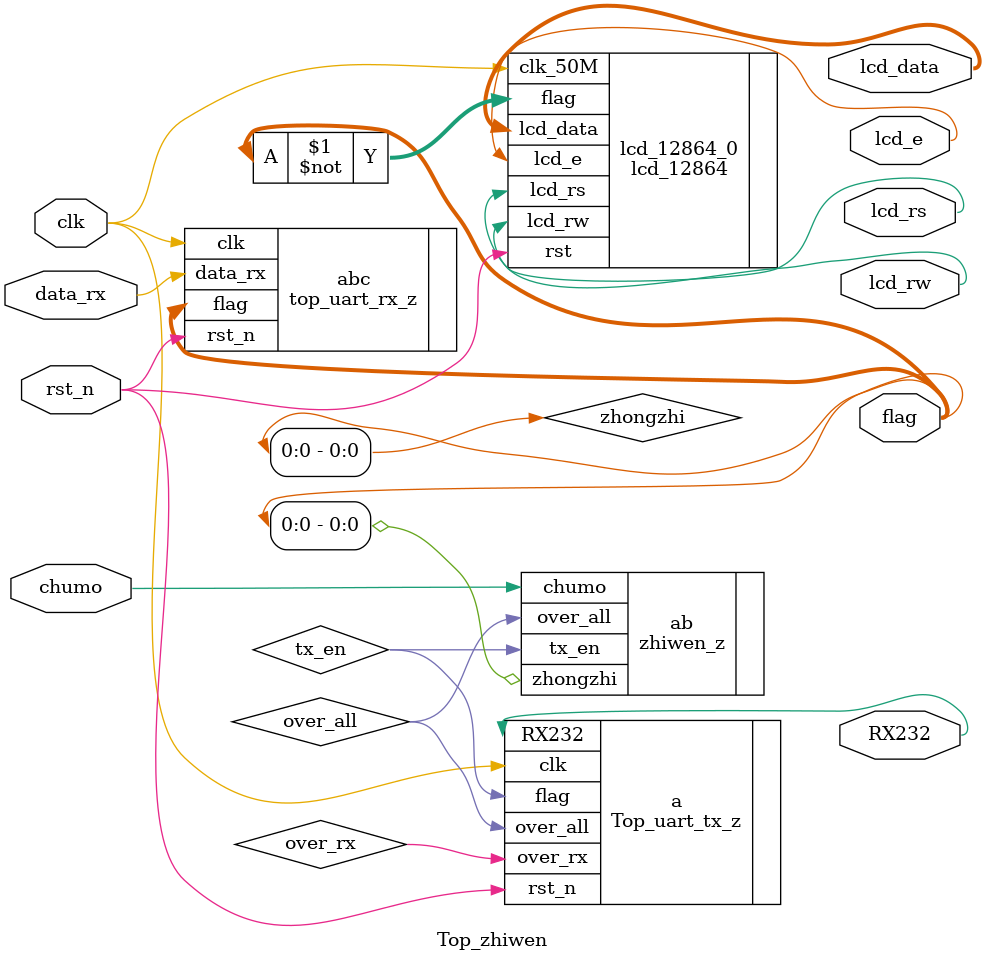
<source format=v>
`timescale 1ns / 1ps
module Top_zhiwen(
	input 			clk 				,
	input 			rst_n 				,
	input 			chumo 				,
	input 			data_rx 			, 	
	output 			RX232 				,
	output [1:0] 	flag 				, //识别失败是flag[1] 为识别失败
    output 			lcd_rs 				, //寄存器选择输出信号
    output 			lcd_rw 				,     //读、写操作选择输出信号
    output 			lcd_e 				,                                           
    output [7:0] 	lcd_data 			
    );
Top_uart_tx_z a (
    .flag(tx_en), 
    .clk(clk), 
    .rst_n(rst_n), 
    .RX232(RX232), 
    .over_rx(over_rx), 
    .over_all(over_all)
    );
zhiwen_z ab (
	.zhongzhi(zhongzhi),
    .chumo(chumo), 
	.over_all(over_all),
    .tx_en(tx_en)
    );
top_uart_rx_z abc (
    .clk(clk), 
    .rst_n(rst_n), 
    .data_rx(data_rx),
    .flag(flag)
    );
assign zhongzhi = flag[0];

lcd_12864 lcd_12864_0(
    .clk_50M               (clk     ), 
    .rst                   (rst_n   ),
    .lcd_rs                (lcd_rs  ),                                  //寄存器选择输出信号
    .lcd_rw                (lcd_rw  ),                                      //读、写操作选择输出信号
    .lcd_e                 (lcd_e   ),                                           
    .lcd_data              (lcd_data),
    .flag                  (~flag    )    
    );

endmodule

</source>
